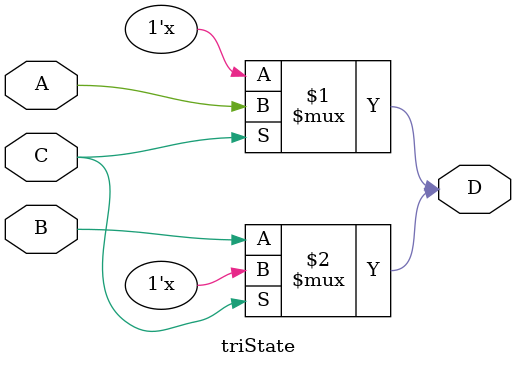
<source format=v>

module triState(A, B, C, D);
   
   output D;
   input  A, B, C; //A & B are the inputs, C is the select line and D is the output
   tri D;

   bufif1 nb0(D, A, C);
   bufif0 nb1(D, B, C);


endmodule

     

</source>
